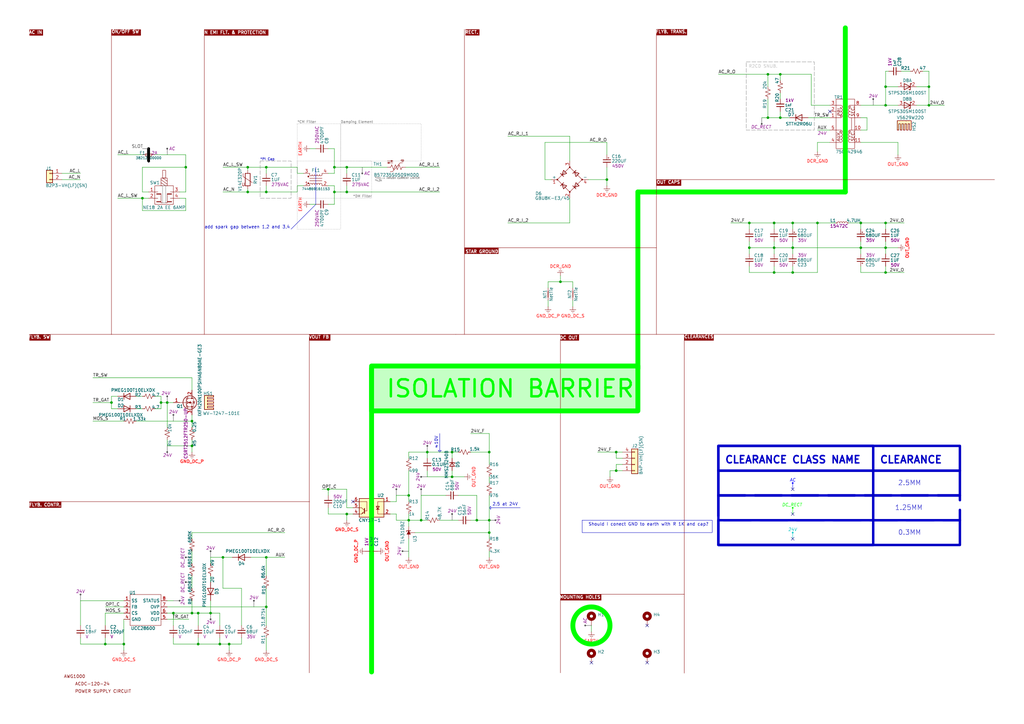
<source format=kicad_sch>
(kicad_sch (version 20231120) (generator "eeschema") (generator_version "8.0")
  (paper "A3")
  (title_block (date "2023-04-30") (rev "1.0"))
  (junction (at 78.74 251.46))
  (junction (at 172.72 213.36))
  (junction (at 320.04 48.26))
  (junction (at 363.22 43.18))
  (junction (at 137.16 78.74))
  (junction (at 252.73 185.42))
  (junction (at 78.74 172.72))
  (junction (at 45.72 165.1))
  (junction (at 252.73 193.04))
  (junction (at 142.24 210.82))
  (junction (at 142.24 78.74))
  (junction (at 78.74 182.88))
  (junction (at 66.04 165.1))
  (junction (at 325.12 101.6))
  (junction (at 86.36 251.46))
  (junction (at 307.34 91.44))
  (junction (at 248.92 73.66))
  (junction (at 335.28 91.44))
  (junction (at 58.42 81.28))
  (junction (at 101.6 68.58))
  (junction (at 195.58 213.36))
  (junction (at 317.5 101.6))
  (junction (at 363.22 101.6))
  (junction (at 200.66 185.42))
  (junction (at 134.62 200.66))
  (junction (at 363.22 91.44))
  (junction (at 43.18 264.16))
  (junction (at 353.06 101.6))
  (junction (at 229.87 115.57))
  (junction (at 185.42 185.42))
  (junction (at 109.22 228.6))
  (junction (at 307.34 101.6))
  (junction (at 314.96 30.48))
  (junction (at 90.17 264.16))
  (junction (at 142.24 68.58))
  (junction (at 363.22 35.56))
  (junction (at 317.5 111.76))
  (junction (at 325.12 111.76))
  (junction (at 109.22 78.74))
  (junction (at 50.8 264.16))
  (junction (at 200.66 213.36))
  (junction (at 71.12 251.46))
  (junction (at 317.5 91.44))
  (junction (at 381 35.56))
  (junction (at 167.64 213.36))
  (junction (at 325.12 91.44))
  (junction (at 81.28 264.16))
  (junction (at 363.22 111.76))
  (junction (at 76.2 68.58))
  (junction (at 175.26 185.42))
  (junction (at 101.6 78.74))
  (junction (at 68.58 165.1))
  (junction (at 167.64 203.2))
  (junction (at 320.04 30.48))
  (junction (at 109.22 68.58))
  (junction (at 314.96 48.26))
  (junction (at 185.42 195.58))
  (junction (at 137.16 68.58))
  (junction (at 353.06 91.44))
  (junction (at 93.98 264.16))
  (junction (at 109.22 248.92))
  (junction (at 81.28 251.46))
  (junction (at 91.44 228.6))
  (junction (at 381 43.18))
  (junction (at 200.66 218.44))
  (no_connect (at 265.43 271.78))
  (no_connect (at 340.36 45.72))
  (no_connect (at 325.12 210.82))
  (no_connect (at 325.12 200.66))
  (no_connect (at 325.12 220.98))
  (no_connect (at 144.78 205.74))
  (no_connect (at 242.57 271.78))
  (no_connect (at 265.43 256.54))
  (wire (pts (xy 86.36 228.6) (xy 91.44 228.6)))
  (wire (pts (xy 331.47 48.26) (xy 340.36 48.26)))
  (wire (pts (xy 185.42 185.42) (xy 185.42 187.96)))
  (wire (pts (xy 58.42 78.74) (xy 60.96 78.74)))
  (wire (pts (xy 252.73 187.96) (xy 252.73 185.42)))
  (wire (pts (xy 66.04 162.56) (xy 66.04 165.1)))
  (wire (pts (xy 63.5 162.56) (xy 66.04 162.56)))
  (wire (pts (xy 50.8 254) (xy 50.8 264.16)))
  (wire (pts (xy 109.22 241.3) (xy 109.22 248.92)))
  (wire (pts (xy 102.87 228.6) (xy 109.22 228.6)))
  (wire (pts (xy 45.72 162.56) (xy 48.26 162.56)))
  (polyline (pts (xy 119.38 93.98) (xy 129.54 83.82)))
  (wire (pts (xy 71.12 251.46) (xy 71.12 256.54)))
  (wire (pts (xy 71.12 261.62) (xy 71.12 264.16)))
  (wire (pts (xy 45.72 167.64) (xy 45.72 165.1)))
  (wire (pts (xy 63.5 63.5) (xy 76.2 63.5)))
  (wire (pts (xy 226.06 73.66) (xy 223.52 73.66)))
  (wire (pts (xy 234.95 123.19) (xy 234.95 125.73)))
  (wire (pts (xy 353.06 99.06) (xy 353.06 101.6)))
  (wire (pts (xy 90.17 256.54) (xy 90.17 251.46)))
  (wire (pts (xy 137.16 78.74) (xy 137.16 83.82)))
  (polyline (pts (xy 180.34 185.42) (xy 179.705 184.785)))
  (wire (pts (xy 363.22 109.22) (xy 363.22 111.76)))
  (wire (pts (xy 185.42 193.04) (xy 185.42 195.58)))
  (polyline (pts (xy 190.5 12.065) (xy 190.5 137.16)) (stroke (width 0) (color 132 0 0 1)))
  (wire (pts (xy 78.74 182.88) (xy 78.74 185.42)))
  (wire (pts (xy 43.18 261.62) (xy 43.18 264.16)))
  (wire (pts (xy 325.12 109.22) (xy 325.12 111.76)))
  (wire (pts (xy 76.2 68.58) (xy 76.2 78.74)))
  (wire (pts (xy 325.12 101.6) (xy 353.06 101.6)))
  (wire (pts (xy 223.52 58.42) (xy 248.92 58.42)))
  (wire (pts (xy 25.4 73.66) (xy 33.02 73.66)))
  (wire (pts (xy 121.92 71.12) (xy 121.92 68.58)))
  (wire (pts (xy 187.96 203.2) (xy 195.58 203.2)))
  (wire (pts (xy 353.06 91.44) (xy 353.06 93.98)))
  (wire (pts (xy 317.5 91.44) (xy 307.34 91.44)))
  (wire (pts (xy 335.28 91.44) (xy 335.28 111.76)))
  (wire (pts (xy 142.24 68.58) (xy 158.75 68.58)))
  (wire (pts (xy 353.06 91.44) (xy 363.22 91.44)))
  (wire (pts (xy 320.04 30.48) (xy 320.04 33.02)))
  (wire (pts (xy 167.64 203.2) (xy 167.64 205.74)))
  (polyline (pts (xy 280.67 243.84) (xy 280.67 276.098)) (stroke (width 0) (color 132 0 0 1)))
  (wire (pts (xy 175.26 193.04) (xy 175.26 195.58)))
  (wire (pts (xy 363.22 35.56) (xy 363.22 43.18)))
  (wire (pts (xy 101.6 68.58) (xy 101.6 69.85)))
  (polyline (pts (xy 280.67 243.84) (xy 280.67 137.16)) (stroke (width 0) (color 132 0 0 1)))
  (polyline (pts (xy 261.62 78.74) (xy 346.71 78.74)) (stroke (width 2) (color 0 255 0 0.23)))
  (wire (pts (xy 78.74 220.98) (xy 78.74 218.44)))
  (wire (pts (xy 43.18 248.92) (xy 50.8 248.92)))
  (wire (pts (xy 91.44 241.3) (xy 99.06 241.3)))
  (polyline (pts (xy 60.96 60.96) (xy 60.96 66.04)) (stroke (width 1) (type solid) (color 0 0 0 0.2)))
  (polyline (pts (xy 201.295 208.28) (xy 201.295 208.915)))
  (wire (pts (xy 167.64 185.42) (xy 175.26 185.42)))
  (wire (pts (xy 353.06 48.26) (xy 355.6 48.26)))
  (wire (pts (xy 353.06 43.18) (xy 363.22 43.18)))
  (polyline (pts (xy 269.24 101.6) (xy 190.5 101.6)) (stroke (width 0) (color 132 0 0 1)))
  (wire (pts (xy 137.16 68.58) (xy 142.24 68.58)))
  (wire (pts (xy 325.12 91.44) (xy 335.28 91.44)))
  (wire (pts (xy 127 83.82) (xy 129.54 83.82)))
  (wire (pts (xy 353.06 53.34) (xy 355.6 53.34)))
  (wire (pts (xy 68.58 251.46) (xy 71.12 251.46)))
  (wire (pts (xy 137.16 60.96) (xy 137.16 68.58)))
  (wire (pts (xy 90.17 264.16) (xy 93.98 264.16)))
  (wire (pts (xy 317.5 111.76) (xy 325.12 111.76)))
  (polyline (pts (xy 126.873 137.16) (xy 186.944 137.16)) (stroke (width 0) (color 132 0 0 1)))
  (wire (pts (xy 127 60.96) (xy 129.54 60.96)))
  (wire (pts (xy 242.57 256.54) (xy 242.57 259.08)))
  (wire (pts (xy 162.56 205.74) (xy 160.02 205.74)))
  (wire (pts (xy 369.57 29.21) (xy 373.38 29.21)))
  (wire (pts (xy 245.11 185.42) (xy 252.73 185.42)))
  (wire (pts (xy 193.04 177.8) (xy 200.66 177.8)))
  (wire (pts (xy 375.92 35.56) (xy 381 35.56)))
  (wire (pts (xy 172.72 203.2) (xy 172.72 213.36)))
  (wire (pts (xy 142.24 78.74) (xy 180.34 78.74)))
  (wire (pts (xy 58.42 81.28) (xy 58.42 86.36)))
  (wire (pts (xy 364.49 29.21) (xy 363.22 29.21)))
  (wire (pts (xy 68.58 182.88) (xy 78.74 182.88)))
  (wire (pts (xy 124.46 71.12) (xy 121.92 71.12)))
  (wire (pts (xy 33.02 264.16) (xy 43.18 264.16)))
  (wire (pts (xy 195.58 213.36) (xy 200.66 213.36)))
  (wire (pts (xy 134.62 210.82) (xy 142.24 210.82)))
  (wire (pts (xy 66.04 165.1) (xy 68.58 165.1)))
  (wire (pts (xy 332.74 30.48) (xy 332.74 43.18)))
  (wire (pts (xy 162.56 210.82) (xy 162.56 213.36)))
  (wire (pts (xy 200.66 195.58) (xy 200.66 198.12)))
  (wire (pts (xy 193.04 213.36) (xy 195.58 213.36)))
  (wire (pts (xy 33.02 261.62) (xy 33.02 264.16)))
  (wire (pts (xy 185.42 185.42) (xy 187.96 185.42)))
  (wire (pts (xy 317.5 91.44) (xy 317.5 93.98)))
  (wire (pts (xy 38.1 172.72) (xy 50.8 172.72)))
  (wire (pts (xy 208.28 55.88) (xy 233.68 55.88)))
  (wire (pts (xy 58.42 68.58) (xy 76.2 68.58)))
  (wire (pts (xy 252.73 185.42) (xy 255.27 185.42)))
  (wire (pts (xy 233.68 66.04) (xy 233.68 55.88)))
  (wire (pts (xy 250.19 195.58) (xy 250.19 193.04)))
  (wire (pts (xy 81.28 261.62) (xy 81.28 264.16)))
  (wire (pts (xy 381 35.56) (xy 381 43.18)))
  (wire (pts (xy 25.4 71.12) (xy 33.02 71.12)))
  (wire (pts (xy 175.26 195.58) (xy 185.42 195.58)))
  (wire (pts (xy 200.66 213.36) (xy 200.66 218.44)))
  (wire (pts (xy 317.5 109.22) (xy 317.5 111.76)))
  (wire (pts (xy 172.72 213.36) (xy 175.26 213.36)))
  (wire (pts (xy 142.24 200.66) (xy 142.24 208.28)))
  (wire (pts (xy 81.28 251.46) (xy 81.28 256.54)))
  (wire (pts (xy 167.64 220.98) (xy 167.64 228.6)))
  (wire (pts (xy 93.98 264.16) (xy 93.98 266.7)))
  (wire (pts (xy 353.06 111.76) (xy 353.06 109.22)))
  (wire (pts (xy 224.79 115.57) (xy 229.87 115.57)))
  (wire (pts (xy 353.06 101.6) (xy 363.22 101.6)))
  (polyline (pts (xy 83.82 12.065) (xy 83.82 137.16)) (stroke (width 0) (color 132 0 0 1)))
  (wire (pts (xy 81.28 251.46) (xy 86.36 251.46)))
  (wire (pts (xy 368.3 58.42) (xy 368.3 63.5)))
  (wire (pts (xy 314.96 30.48) (xy 320.04 30.48)))
  (polyline (pts (xy 12.065 205.74) (xy 127 205.74)) (stroke (width 0) (color 132 0 0 1)))
  (wire (pts (xy 78.74 246.38) (xy 78.74 251.46)))
  (wire (pts (xy 193.04 185.42) (xy 200.66 185.42)))
  (polyline (pts (xy 200.66 208.28) (xy 201.295 208.915)))
  (wire (pts (xy 109.22 78.74) (xy 121.92 78.74)))
  (wire (pts (xy 90.17 261.62) (xy 90.17 264.16)))
  (wire (pts (xy 101.6 78.74) (xy 109.22 78.74)))
  (wire (pts (xy 335.28 58.42) (xy 335.28 62.23)))
  (wire (pts (xy 307.34 109.22) (xy 307.34 111.76)))
  (wire (pts (xy 347.98 91.44) (xy 353.06 91.44)))
  (polyline (pts (xy 60.96 60.96) (xy 60.96 66.04)) (stroke (width 1) (type solid) (color 0 0 0 0.2)))
  (wire (pts (xy 363.22 101.6) (xy 368.3 101.6)))
  (wire (pts (xy 142.24 210.82) (xy 144.78 210.82)))
  (wire (pts (xy 363.22 99.06) (xy 363.22 101.6)))
  (wire (pts (xy 317.5 101.6) (xy 325.12 101.6)))
  (wire (pts (xy 314.96 48.26) (xy 314.96 40.64)))
  (wire (pts (xy 252.73 190.5) (xy 252.73 193.04)))
  (wire (pts (xy 294.64 30.48) (xy 314.96 30.48)))
  (wire (pts (xy 167.64 203.2) (xy 162.56 203.2)))
  (wire (pts (xy 109.22 68.58) (xy 121.92 68.58)))
  (wire (pts (xy 55.88 172.72) (xy 78.74 172.72)))
  (wire (pts (xy 307.34 101.6) (xy 307.34 104.14)))
  (wire (pts (xy 255.27 187.96) (xy 252.73 187.96)))
  (wire (pts (xy 109.22 76.2) (xy 109.22 78.74)))
  (wire (pts (xy 317.5 91.44) (xy 325.12 91.44)))
  (wire (pts (xy 200.66 177.8) (xy 200.66 185.42)))
  (wire (pts (xy 134.62 200.66) (xy 134.62 203.2)))
  (wire (pts (xy 375.92 43.18) (xy 381 43.18)))
  (wire (pts (xy 142.24 71.12) (xy 142.24 68.58)))
  (wire (pts (xy 68.58 165.1) (xy 68.58 175.26)))
  (wire (pts (xy 99.06 264.16) (xy 93.98 264.16)))
  (wire (pts (xy 317.5 99.06) (xy 317.5 101.6)))
  (wire (pts (xy 314.96 48.26) (xy 312.42 48.26)))
  (polyline (pts (xy 346.71 11.43) (xy 346.71 78.74)) (stroke (width 2) (color 0 255 0 0.23)))
  (wire (pts (xy 134.62 71.12) (xy 137.16 71.12)))
  (wire (pts (xy 90.17 251.46) (xy 86.36 251.46)))
  (wire (pts (xy 76.2 81.28) (xy 76.2 86.36)))
  (polyline (pts (xy 186.944 137.16) (xy 407.924 137.16)) (stroke (width 0) (color 132 0 0 1)))
  (wire (pts (xy 101.6 77.47) (xy 101.6 78.74)))
  (wire (pts (xy 86.36 236.22) (xy 86.36 238.76)))
  (wire (pts (xy 200.66 185.42) (xy 200.66 190.5)))
  (wire (pts (xy 134.62 208.28) (xy 134.62 210.82)))
  (wire (pts (xy 185.42 185.42) (xy 175.26 185.42)))
  (polyline (pts (xy 200.66 208.28) (xy 201.295 207.645)))
  (wire (pts (xy 307.34 99.06) (xy 307.34 101.6)))
  (wire (pts (xy 109.22 228.6) (xy 116.84 228.6)))
  (wire (pts (xy 134.62 83.82) (xy 137.16 83.82)))
  (wire (pts (xy 91.44 228.6) (xy 95.25 228.6)))
  (wire (pts (xy 363.22 29.21) (xy 363.22 35.56)))
  (polyline (pts (xy 179.705 184.785) (xy 180.34 184.785)))
  (wire (pts (xy 109.22 68.58) (xy 109.22 71.12)))
  (wire (pts (xy 200.66 226.06) (xy 200.66 228.6)))
  (wire (pts (xy 99.06 261.62) (xy 99.06 264.16)))
  (wire (pts (xy 137.16 78.74) (xy 142.24 78.74)))
  (wire (pts (xy 86.36 231.14) (xy 86.36 228.6)))
  (wire (pts (xy 142.24 208.28) (xy 144.78 208.28)))
  (wire (pts (xy 363.22 43.18) (xy 368.3 43.18)))
  (wire (pts (xy 325.12 91.44) (xy 325.12 93.98)))
  (wire (pts (xy 78.74 226.06) (xy 78.74 231.14)))
  (polyline (pts (xy 201.295 208.28) (xy 213.36 208.28)))
  (wire (pts (xy 55.88 167.64) (xy 58.42 167.64)))
  (wire (pts (xy 335.28 58.42) (xy 340.36 58.42)))
  (wire (pts (xy 99.06 241.3) (xy 99.06 256.54)))
  (wire (pts (xy 320.04 38.1) (xy 320.04 40.64)))
  (wire (pts (xy 86.36 246.38) (xy 86.36 251.46)))
  (polyline (pts (xy 60.96 60.96) (xy 60.96 66.04)) (stroke (width 1) (type solid) (color 0 0 0 0.2)))
  (wire (pts (xy 43.18 251.46) (xy 43.18 256.54)))
  (wire (pts (xy 299.72 91.44) (xy 307.34 91.44)))
  (wire (pts (xy 224.79 118.11) (xy 224.79 115.57)))
  (wire (pts (xy 33.02 246.38) (xy 50.8 246.38)))
  (polyline (pts (xy 261.62 78.74) (xy 261.62 151.13)) (stroke (width 2) (color 0 255 0 0.23)))
  (wire (pts (xy 71.12 264.16) (xy 81.28 264.16)))
  (wire (pts (xy 137.16 76.2) (xy 137.16 78.74)))
  (polyline (pts (xy 229.87 243.713) (xy 280.67 243.713)) (stroke (width 0) (color 132 0 0 1)))
  (polyline (pts (xy 58.42 60.96) (xy 60.96 60.96)) (stroke (width 0) (color 72 72 72 1)))
  (wire (pts (xy 381 29.21) (xy 381 35.56)))
  (wire (pts (xy 68.58 246.38) (xy 71.12 246.38)))
  (wire (pts (xy 101.6 68.58) (xy 109.22 68.58)))
  (wire (pts (xy 38.1 165.1) (xy 45.72 165.1)))
  (wire (pts (xy 43.18 264.16) (xy 50.8 264.16)))
  (polyline (pts (xy 129.54 68.58) (xy 129.54 83.82)))
  (wire (pts (xy 58.42 81.28) (xy 60.96 81.28)))
  (wire (pts (xy 180.34 213.36) (xy 187.96 213.36)))
  (wire (pts (xy 314.96 35.56) (xy 314.96 30.48)))
  (wire (pts (xy 109.22 248.92) (xy 109.22 256.54)))
  (wire (pts (xy 58.42 63.5) (xy 48.26 63.5)))
  (wire (pts (xy 33.02 256.54) (xy 33.02 246.38)))
  (wire (pts (xy 91.44 228.6) (xy 91.44 241.3)))
  (wire (pts (xy 363.22 35.56) (xy 368.3 35.56)))
  (wire (pts (xy 335.28 91.44) (xy 342.9 91.44)))
  (wire (pts (xy 182.88 203.2) (xy 172.72 203.2)))
  (wire (pts (xy 363.22 91.44) (xy 363.22 93.98)))
  (wire (pts (xy 167.64 185.42) (xy 167.64 187.96)))
  (wire (pts (xy 167.64 213.36) (xy 172.72 213.36)))
  (wire (pts (xy 363.22 91.44) (xy 370.84 91.44)))
  (polyline (pts (xy 201.295 207.645) (xy 201.295 208.28)))
  (polyline (pts (xy 152.4 151.13) (xy 152.4 275.59)) (stroke (width 2) (type solid) (color 0 255 0 0.23)))
  (polyline (pts (xy 60.96 60.96) (xy 60.96 66.04)) (stroke (width 1) (type solid) (color 0 0 0 0.2)))
  (wire (pts (xy 241.3 73.66) (xy 248.92 73.66)))
  (wire (pts (xy 63.5 167.64) (xy 66.04 167.64)))
  (wire (pts (xy 134.62 60.96) (xy 137.16 60.96)))
  (polyline (pts (xy 180.34 185.42) (xy 180.975 184.785)))
  (wire (pts (xy 134.62 76.2) (xy 137.16 76.2)))
  (wire (pts (xy 353.06 101.6) (xy 353.06 104.14)))
  (wire (pts (xy 73.66 81.28) (xy 76.2 81.28)))
  (polyline (pts (xy 60.96 60.96) (xy 60.96 66.04)) (stroke (width 1) (type solid) (color 0 0 0 0.2)))
  (wire (pts (xy 109.22 228.6) (xy 109.22 236.22)))
  (wire (pts (xy 68.58 165.1) (xy 71.12 165.1)))
  (wire (pts (xy 81.28 264.16) (xy 90.17 264.16)))
  (wire (pts (xy 340.36 43.18) (xy 332.74 43.18)))
  (wire (pts (xy 121.92 78.74) (xy 121.92 76.2)))
  (wire (pts (xy 320.04 48.26) (xy 323.85 48.26)))
  (wire (pts (xy 317.5 101.6) (xy 317.5 104.14)))
  (wire (pts (xy 167.64 210.82) (xy 167.64 213.36)))
  (wire (pts (xy 363.22 111.76) (xy 370.84 111.76)))
  (wire (pts (xy 381 43.18) (xy 387.35 43.18)))
  (wire (pts (xy 353.06 58.42) (xy 368.3 58.42)))
  (wire (pts (xy 314.96 48.26) (xy 320.04 48.26)))
  (wire (pts (xy 167.64 193.04) (xy 167.64 203.2)))
  (polyline (pts (xy 269.24 73.66) (xy 407.924 73.66)) (stroke (width 0) (color 132 0 0 1)))
  (wire (pts (xy 255.27 190.5) (xy 252.73 190.5)))
  (wire (pts (xy 200.66 203.2) (xy 200.66 213.36)))
  (polyline (pts (xy 60.96 60.96) (xy 60.96 66.04)) (stroke (width 1) (type solid) (color 0 0 0 0.2)))
  (wire (pts (xy 325.12 99.06) (xy 325.12 101.6)))
  (wire (pts (xy 78.74 180.34) (xy 78.74 182.88)))
  (wire (pts (xy 167.64 213.36) (xy 162.56 213.36)))
  (wire (pts (xy 307.34 91.44) (xy 307.34 93.98)))
  (wire (pts (xy 320.04 48.26) (xy 320.04 45.72)))
  (wire (pts (xy 58.42 86.36) (xy 76.2 86.36)))
  (wire (pts (xy 185.42 195.58) (xy 190.5 195.58)))
  (wire (pts (xy 78.74 218.44) (xy 116.84 218.44)))
  (wire (pts (xy 378.46 29.21) (xy 381 29.21)))
  (wire (pts (xy 73.66 78.74) (xy 76.2 78.74)))
  (wire (pts (xy 71.12 251.46) (xy 78.74 251.46)))
  (wire (pts (xy 252.73 193.04) (xy 255.27 193.04)))
  (polyline (pts (xy 269.24 12.065) (xy 269.24 137.16)) (stroke (width 0) (color 132 0 0 1)))
  (wire (pts (xy 162.56 210.82) (xy 160.02 210.82)))
  (wire (pts (xy 78.74 170.18) (xy 78.74 172.72)))
  (polyline (pts (xy 229.87 137.16) (xy 229.87 275.971)) (stroke (width 0) (color 132 0 0 1)))
  (wire (pts (xy 170.18 218.44) (xy 200.66 218.44)))
  (wire (pts (xy 223.52 58.42) (xy 223.52 73.66)))
  (wire (pts (xy 200.66 218.44) (xy 200.66 220.98)))
  (wire (pts (xy 195.58 203.2) (xy 195.58 213.36)))
  (wire (pts (xy 132.08 200.66) (xy 134.62 200.66)))
  (wire (pts (xy 250.19 193.04) (xy 252.73 193.04)))
  (wire (pts (xy 45.72 165.1) (xy 45.72 162.56)))
  (wire (pts (xy 50.8 264.16) (xy 50.8 266.7)))
  (wire (pts (xy 43.18 251.46) (xy 50.8 251.46)))
  (wire (pts (xy 55.88 162.56) (xy 58.42 162.56)))
  (wire (pts (xy 363.22 111.76) (xy 353.06 111.76)))
  (wire (pts (xy 363.22 101.6) (xy 363.22 104.14)))
  (wire (pts (xy 48.26 81.28) (xy 58.42 81.28)))
  (wire (pts (xy 78.74 236.22) (xy 78.74 241.3)))
  (polyline (pts (xy 45.72 137.16) (xy 126.873 137.16)) (stroke (width 0) (color 132 0 0 1)))
  (polyline (pts (xy 180.34 184.785) (xy 180.34 177.8)))
  (wire (pts (xy 355.6 48.26) (xy 355.6 53.34)))
  (wire (pts (xy 335.28 53.34) (xy 340.36 53.34)))
  (polyline (pts (xy 12.065 137.16) (xy 45.72 137.16)) (stroke (width 0) (color 132 0 0 1)))
  (wire (pts (xy 162.56 205.74) (xy 162.56 203.2)))
  (wire (pts (xy 134.62 200.66) (xy 142.24 200.66)))
  (wire (pts (xy 234.95 115.57) (xy 234.95 118.11)))
  (wire (pts (xy 58.42 68.58) (xy 58.42 78.74)))
  (wire (pts (xy 66.04 165.1) (xy 66.04 167.64)))
  (wire (pts (xy 68.58 180.34) (xy 68.58 182.88)))
  (wire (pts (xy 48.26 167.64) (xy 45.72 167.64)))
  (wire (pts (xy 167.64 213.36) (xy 167.64 215.9)))
  (wire (pts (xy 68.58 248.92) (xy 109.22 248.92)))
  (wire (pts (xy 325.12 101.6) (xy 325.12 104.14)))
  (wire (pts (xy 224.79 123.19) (xy 224.79 125.73)))
  (wire (pts (xy 91.44 78.74) (xy 101.6 78.74)))
  (wire (pts (xy 320.04 30.48) (xy 332.74 30.48)))
  (wire (pts (xy 78.74 154.94) (xy 78.74 160.02)))
  (wire (pts (xy 307.34 101.6) (xy 317.5 101.6)))
  (wire (pts (xy 68.58 254) (xy 77.47 254)))
  (wire (pts (xy 142.24 213.36) (xy 142.24 210.82)))
  (polyline (pts (xy 60.96 60.96) (xy 60.96 66.04)) (stroke (width 1) (type solid) (color 0 0 0 0.2)))
  (wire (pts (xy 248.92 58.42) (xy 248.92 63.5)))
  (wire (pts (xy 307.34 111.76) (xy 317.5 111.76)))
  (wire (pts (xy 166.37 68.58) (xy 180.34 68.58)))
  (wire (pts (xy 137.16 68.58) (xy 137.16 71.12)))
  (wire (pts (xy 109.22 261.62) (xy 109.22 266.7)))
  (wire (pts (xy 38.1 154.94) (xy 78.74 154.94)))
  (wire (pts (xy 233.68 81.28) (xy 233.68 91.44)))
  (wire (pts (xy 175.26 187.96) (xy 175.26 185.42)))
  (polyline (pts (xy 180.34 184.785) (xy 180.975 184.785)))
  (wire (pts (xy 335.28 111.76) (xy 325.12 111.76)))
  (polyline (pts (xy 45.72 12.065) (xy 45.72 137.16)) (stroke (width 0) (color 132 0 0 1)))
  (wire (pts (xy 76.2 63.5) (xy 76.2 68.58)))
  (wire (pts (xy 229.87 113.03) (xy 229.87 115.57)))
  (wire (pts (xy 248.92 68.58) (xy 248.92 73.66)))
  (wire (pts (xy 248.92 73.66) (xy 248.92 76.2)))
  (wire (pts (xy 121.92 76.2) (xy 124.46 76.2)))
  (wire (pts (xy 229.87 115.57) (xy 234.95 115.57)))
  (wire (pts (xy 78.74 172.72) (xy 78.74 175.26)))
  (wire (pts (xy 208.28 91.44) (xy 233.68 91.44)))
  (wire (pts (xy 91.44 68.58) (xy 101.6 68.58)))
  (wire (pts (xy 81.28 251.46) (xy 78.74 251.46)))
  (wire (pts (xy 142.24 78.74) (xy 142.24 76.2)))
  (polyline (pts (xy 126.873 137.16) (xy 126.873 275.971)) (stroke (width 0) (color 132 0 0 1)))
  (rectangle (start 121.92 50.8) (end 139.7 93.98) (stroke (width 0) (type dot) (color 72 72 72 1)))
  (rectangle (start 294.64 213.36) (end 393.7 223.52) (stroke (width 1)))
  (rectangle (start 294.64 203.2) (end 393.7 213.36) (stroke (width 1) (type dash)))
  (rectangle (start 238.76 213.36) (end 292.1 218.44))
  (rectangle (start 280.67 137.16) (end 292.735 139.7) (stroke (width -0.0001)) (fill (type color) (color 132 0 0 1)))
  (rectangle (start 126.873 137.16) (end 135.509 139.7) (stroke (width -0.0001)) (fill (type color) (color 132 0 0 1)))
  (rectangle (start 190.9318 12.0142) (end 196.6468 14.5542) (stroke (width -0.0001)) (fill (type color) (color 132 0 0 1)))
  (rectangle (start 294.64 182.88) (end 358.14 223.52) (stroke (width 1)))
  (rectangle (start 294.64 182.88) (end 393.7 193.04) (stroke (width 1)))
  (rectangle (start 139.7 50.8) (end 172.72 66.04) (stroke (width 0) (type dot) (color 72 72 72 1)))
  (rectangle (start 152.4 150.114) (end 261.62 168.529) (stroke (width 2) (color 0 255 0 0.23)) (fill (type color) (color 0 255 0 0.23)))
  (rectangle (start 12.065 12.065) (end 17.653 14.605) (stroke (width -0.0001)) (fill (type color) (color 132 0 0 1)))
  (rectangle (start 294.64 193.04) (end 393.7 203.2) (stroke (width 1)))
  (rectangle (start 190.5 101.6) (end 204.47 104.14) (stroke (width -0.0001)) (fill (type color) (color 132 0 0 1)))
  (rectangle (start 269.24 73.66) (end 279.4 76.2) (stroke (width -0.0001)) (fill (type color) (color 132 0 0 1)))
  (rectangle (start 45.72 12.065) (end 57.785 14.605) (stroke (width -0.0001)) (fill (type color) (color 132 0 0 1)))
  (rectangle (start 229.87 243.713) (end 246.634 246.253) (stroke (width -0.0001)) (fill (type color) (color 132 0 0 1)))
  (rectangle (start 12.065 205.74) (end 25.146 208.28) (stroke (width -0.0001)) (fill (type color) (color 132 0 0 1)))
  (rectangle (start 83.82 12.065) (end 110.0836 14.605) (stroke (width -0.0001)) (fill (type color) (color 132 0 0 1)))
  (circle (center 242.57 256.54) (radius 7.62) (stroke (width 2) (color 0 255 0 0.24)))
  (rectangle (start 269.24 11.938) (end 281.813 14.478) (stroke (width -0.0001)) (fill (type color) (color 132 0 0 1)))
  (rectangle (start 12.065 137.16) (end 20.701 139.7) (stroke (width -0.0001)) (fill (type color) (color 132 0 0 1)))
  (rectangle (start 229.87 137.16) (end 237.49 139.7) (stroke (width -0.0001)) (fill (type color) (color 132 0 0 1)))
  (rectangle (start 121.92 66.04) (end 152.4 81.28) (stroke (width 0) (type dot) (color 72 72 72 1)))
  (rectangle (start 106.68 66.04) (end 119.38 81.28) (stroke (width 0) (type dash) (color 132 132 132 1)))
  (text_box "R2CD SNUB." (at 306.07 25.4 0) (size 27.94 27.94) (stroke (width 0) (type dash) (color 132 132 132 1)) (effects (font (size 1.27 1.27)) (justify left top)))
  (text "CLEARANCE CLASS NAME" (at 297.18 190.5 0) (effects (font (size 3 3) (thickness 0.6) (bold yes)) (justify left bottom)))
  (text "MOUNTING HOLES" (at 246.38 245.872 0) (effects (font (size 1.27 1.27) (thickness 0.254) (bold yes)) (justify right bottom)))
  (text "2.5MM" (at 368.3 199.39 0) (effects (font (size 2 2)) (justify left bottom)))
  (text "OUT CAPS" (at 279.019 75.692 0) (effects (font (size 1.27 1.27) (thickness 0.254) (bold yes)) (justify right bottom)))
  (text "RECT." (at 196.2658 14.1732 0) (effects (font (size 1.27 1.27) (thickness 0.254) (bold yes)) (justify right bottom)))
  (text "VOUT FB" (at 135.001 139.192 0) (effects (font (size 1.27 1.27) (thickness 0.254) (bold yes)) (justify right bottom)))
  (text "POWER SUPPLY CIRCUIT" (at 30.734 284.48 0) (effects (font (size 1.27 1.27)) (justify left bottom)))
  (text "IN EMI FLT. & PROTECTION" (at 109.1692 14.2748 0) (effects (font (size 1.27 1.27) (thickness 0.254) (bold yes)) (justify right bottom)))
  (text "AC IN" (at 17.399 14.224 0) (effects (font (size 1.27 1.27) (thickness 0.254) (bold yes)) (justify right bottom)))
  (text "1.25MM" (at 367.03 209.55 0) (effects (font (size 2 2)) (justify left bottom)))
  (text "CLEARANCE" (at 360.68 190.5 0) (effects (font (size 3 3) (thickness 0.6) (bold yes)) (justify left bottom)))
  (text "2.5 at 24V" (at 201.93 207.645 0) (effects (font (size 1.27 1.27)) (justify left bottom)))
  (text "*PI Cap" (at 106.68 66.04 0) (effects (font (size 1 1)) (justify left bottom)))
  (text "Damping Element" (at 139.7 50.8 0) (effects (font (size 1 1)) (justify left bottom)))
  (text "add spark gap between 1,2 and 3,4" (at 83.82 93.98 0) (effects (font (size 1.27 1.27)) (justify left bottom)))
  (text "FLYB. CONTR." (at 25.019 208.026 0) (effects (font (size 1.27 1.27) (thickness 0.254) (bold yes)) (justify right bottom)))
  (text "*4.2A" (at 153.67 74.676 0) (effects (font (size 0.7 0.7)) (justify left bottom)))
  (text "CLEARANCES" (at 292.735 139.065 0) (effects (font (size 1.27 1.27) (thickness 0.254) (bold yes)) (justify right bottom)))
  (text "≈10V" (at 179.705 184.15 90) (effects (font (size 1.27 1.27)) (justify left bottom)))
  (text "AWG1000" (at 26.162 278.384 0) (effects (font (size 1.27 1.27)) (justify left bottom)))
  (text "*CM Filter" (at 121.92 50.8 0) (effects (font (size 1 1)) (justify left bottom)))
  (text "Should I conect GND to earth with R 1K and cap?" (at 241.3 215.9 0) (effects (font (size 1.27 1.27)) (justify left bottom)))
  (text "FLYB. TRANS." (at 281.686 13.97 0) (effects (font (size 1.27 1.27) (thickness 0.254) (bold yes)) (justify right bottom)))
  (text "ACDC-120-24" (at 30.734 281.432 0) (effects (font (size 1.27 1.27)) (justify left bottom)))
  (text "*DM Filter" (at 144.78 81.28 0) (effects (font (size 1 1)) (justify left bottom)))
  (text "*TH1-> INRUSH CURRENT LIMITER" (at 153.67 73.66 0) (effects (font (size 0.7 0.7)) (justify left bottom)))
  (text "DC OUT" (at 236.982 139.446 0) (effects (font (size 1.27 1.27) (thickness 0.254) (bold yes)) (justify right bottom)))
  (text "STAR GROUND" (at 204.47 104.14 0) (effects (font (size 1.27 1.27) (thickness 0.254) (bold yes)) (justify right bottom)))
  (text "ON/OFF SW" (at 57.15 13.97 0) (effects (font (size 1.27 1.27) (thickness 0.254) (bold yes)) (justify right bottom)))
  (text "ISOLATION BARRIER" (at 157.988 163.703 0) (effects (font (size 7 7) (thickness 1) (bold yes)) (justify left bottom)))
  (text "0.3MM" (at 368.3 219.71 0) (effects (font (size 2 2)) (justify left bottom)))
  (text "FLYB. SW" (at 20.574 139.192 0) (effects (font (size 1.27 1.27) (thickness 0.254) (bold yes)) (justify right bottom)))
  (text "SLOT" (at 53.975 60.96 0) (effects (font (size 1.27 1.27)) (justify left bottom)))
  (label "TR_GAT" (at 38.1 165.1 0) (property "Netclass" "24V" (effects (hide yes))))
  (label "AC_L" (at 48.26 63.5 0) (property "Netclass" "AC" (effects (hide yes))))
  (label "AUX" (at 335.28 53.34 0) (property "Netclass" "24V" (at 335.28 54.61 0) (effects (font (italic yes)) (justify left))))
  (label "AC_R_I_2" (at 208.28 91.44 0) (property "Netclass" "AC" (effects (hide yes))))
  (label "AC_R_I_1" (at 180.34 68.58 180) (property "Netclass" "AC" (effects (hide yes))))
  (label "AUX" (at 116.84 228.6 180))
  (label "AC_N" (at 33.02 73.66 180) (property "Netclass" "AC" (effects (hide yes))))
  (label "AC_R_I_1" (at 208.28 55.88 0) (property "Netclass" "AC" (effects (hide yes))))
  (label "TR_SW" (at 334.01 48.26 0) (property "Netclass" "DC_RECT" (effects (hide yes))))
  (label "24V_F" (at 193.04 177.8 0))
  (label "TR_SW" (at 38.1 154.94 0) (property "Netclass" "DC_RECT" (effects (hide yes))))
  (label "24V_F" (at 245.11 185.42 0))
  (label "AC_L" (at 33.02 71.12 180) (property "Netclass" "AC" (effects (hide yes))))
  (label "24V_F" (at 299.72 91.44 0))
  (label "AC_L_SW" (at 48.26 81.28 0) (property "Netclass" "AC" (effects (hide yes))))
  (label "MOS_S" (at 43.18 251.46 0))
  (label "24V_O" (at 370.84 111.76 180))
  (label "24V_O" (at 370.84 91.44 180))
  (label "OPT_C" (at 43.18 248.92 0))
  (label "AC_N" (at 91.44 78.74 0) (property "Netclass" "AC" (effects (hide yes))))
  (label "TR_GAT" (at 77.47 254 180))
  (label "AC_L_SW" (at 91.44 68.58 0) (property "Netclass" "AC" (effects (hide yes))))
  (label "MOS_S" (at 38.1 172.72 0) (property "Netclass" "24V" (effects (hide yes))))
  (label "AC_R_O" (at 116.84 218.44 180))
  (label "AC_R_O" (at 248.92 58.42 180) (property "Netclass" "DC_RECT" (effects (hide yes))))
  (label "AC_R_I_2" (at 180.34 78.74 180) (property "Netclass" "AC" (effects (hide yes))))
  (label "OPT_C" (at 132.08 200.66 0) (property "Netclass" "24V" (effects (hide yes))))
  (label "24V_O" (at 387.35 43.18 180) (property "Netclass" "24V" (effects (hide yes))))
  (label "AC_R_O" (at 294.64 30.48 0))
  (netclass_flag "" (length 2.54) (shape dot) (at 242.57 256.54 90) (property "Netclass" "AC" (at 240.03 255.8415 90) (effects (font (italic yes)) (justify left))))
  (netclass_flag "" (length 2.54) (shape dot) (at 71.12 172.72 0) (property "Netclass" "24V" (at 69.215 168.91 0) (effects (font (italic yes)) (justify left))))
  (netclass_flag "" (length 2.54) (shape dot) (at 200.66 213.36 270) (property "Netclass" "24V" (at 204.47 211.455 90) (effects (font (italic yes)) (justify right))))
  (netclass_flag "" (length 2.54) (shape dot) (at 86.36 228.6 0) (property "Netclass" "24V" (at 84.455 224.79 0) (effects (font (italic yes)) (justify left))))
  (netclass_flag "" (length 2.54) (shape dot) (at 71.12 246.38 270) (property "Netclass" "24V" (at 74.93 244.475 90) (effects (font (italic yes)) (justify right))))
  (netclass_flag "" (length 2.54) (shape dot) (at 325.12 220.98 0) (property "Netclass" "24V" (at 323.215 217.17 0) (effects (font (italic yes)) (justify left))))
  (netclass_flag "" (length 2.54) (shape dot) (at 148.59 68.58 180) (property "Netclass" "AC" (at 149.2885 71.12 0) (effects (font (italic yes)) (justify left))))
  (netclass_flag "" (length 2.54) (shape dot) (at 167.64 226.06 90) (property "Netclass" "24V" (at 163.83 227.965 90) (effects (font (italic yes)) (justify left))))
  (netclass_flag "" (length 2.54) (shape dot) (at 325.12 210.82 0) (property "Netclass" "DC_RECT" (at 320.675 207.01 0) (effects (font (italic yes)) (justify left))))
  (netclass_flag "" (length 2.54) (shape dot) (at 162.56 203.2 0) (property "Netclass" "24V" (at 160.655 199.39 0) (effects (font (italic yes)) (justify left))))
  (netclass_flag "" (length 2.54) (shape dot) (at 104.14 248.92 0) (property "Netclass" "24V" (at 102.235 245.11 0) (effects (font (italic yes)) (justify left))))
  (netclass_flag "" (length 2.54) (shape dot) (at 312.42 48.26 180) (property "Netclass" "DC_RECT" (at 307.975 52.07 0) (effects (font (italic yes)) (justify left))))
  (netclass_flag "" (length 2.54) (shape dot) (at 78.74 228.6 90) (property "Netclass" "DC_RECT" (at 74.93 233.045 90) (effects (font (italic yes)) (justify left))))
  (netclass_flag "" (length 2.54) (shape dot) (at 86.36 251.46 180) (property "Netclass" "24V" (at 88.265 255.27 0) (effects (font (italic yes)) (justify right))))
  (netclass_flag "" (length 2.54) (shape dot) (at 68.58 182.88 180) (property "Netclass" "24V" (at 70.485 186.69 0) (effects (font (italic yes)) (justify right))))
  (netclass_flag "" (length 2.54) (shape dot) (at 175.26 185.42 0) (property "Netclass" "24V" (at 173.355 181.61 0) (effects (font (italic yes)) (justify left))))
  (netclass_flag "" (length 2.54) (shape dot) (at 185.42 213.36 0) (property "Netclass" "24V" (at 183.515 209.55 0) (effects (font (italic yes)) (justify left))))
  (netclass_flag "" (length 2.54) (shape dot) (at 172.72 203.2 0) (property "Netclass" "24V" (at 170.815 199.39 0) (effects (font (italic yes)) (justify left))))
  (netclass_flag "" (length 2.54) (shape dot) (at 325.12 200.66 0) (property "Netclass" "AC" (at 323.85 196.85 0) (effects (font (italic yes)) (justify left))))
  (netclass_flag "" (length 2.54) (shape dot) (at 68.58 165.1 0) (property "Netclass" "24V" (at 69.85 161.29 0) (effects (font (italic yes)) (justify right))))
  (netclass_flag "" (length 2.54) (shape dot) (at 33.02 246.38 0) (property "Netclass" "24V" (at 31.115 242.57 0) (effects (font (italic yes)) (justify left))))
  (netclass_flag "" (length 2.54) (shape dot) (at 358.14 43.18 0) (property "Netclass" "24V" (at 356.235 39.37 0) (effects (font (italic yes)) (justify left))))
  (netclass_flag "" (length 2.54) (shape dot) (at 175.26 195.58 90) (property "Netclass" "24V" (at 171.45 197.485 90) (effects (font (italic yes)) (justify left))))
  (netclass_flag "" (length 2.54) (shape dot) (at 78.74 238.76 90) (property "Netclass" "DC_RECT" (at 74.93 243.205 90) (effects (font (italic yes)) (justify left))))
  (netclass_flag "" (length 2.54) (shape dot) (at 68.58 63.5 0) (property "Netclass" "AC" (at 69.2785 60.96 0) (effects (font (italic yes)) (justify left))))
  (symbol (lib_id "Device:R_Small_US") (at 177.8 213.36 270) (mirror x) (unit 1)
    (property "Reference" "R14" (at 175.26 213.36 0) (effects (justify left)))
    (property "Value" "48.7K" (at 180.34 213.36 0) (effects (justify left)))
    (property "Footprint" "Resistor_SMD:R_0603_1608Metric" (effects (hide yes)))
    (property "PN" "ERJ-PB3B4872V" (effects (hide yes)))
  )
  (symbol (lib_id "Diode:UF5407") (at 52.07 167.64 0) (mirror y) (unit 1)
    (property "Reference" "D2" (at 49.53 166.37 0))
    (property "Value" "PMEG100T10ELXDX" (at 49.53 170.18 0))
    (property "Footprint" "Diode_SMD:D_SOD-323" (effects (hide yes)))
  )
  (symbol (lib_name "EARTH_1") (lib_id "ps:EARTH") (at 127 60.96 270) (unit 1)
    (property "Reference" "#PWR05" (effects (hide yes)))
    (property "Value" "EARTH" (at 123.19 60.96 0))
  )
  (symbol (lib_id "Mechanical:MountingHole_Pad") (at 242.57 269.24 0) (unit 1)
    (property "Reference" "H2" (at 245.11 267.335 0) (effects (justify left)))
    (property "Value" "MountingHole_Pad" (effects (hide yes)))
    (property "Footprint" "MountingHole:MountingHole_3.2mm_M3_DIN965_Pad_TopBottom" (effects (hide yes)))
  )
  (symbol (lib_id "ps:C_POL") (at 248.92 66.04 0) (unit 1)
    (property "Reference" "C16" (at 250.825 64.135 0) (effects (justify left)))
    (property "Value" "220UF" (at 250.825 66.04 0) (effects (justify left)))
    (property "Footprint" "PS:CP_Radial_D18.0mm_P7.50mm" (effects (hide yes)))
    (property "Datasheet" "ALC80A271EB450" (effects (hide yes)))
    (property "VOLTAGE" "450V" (at 250.952 68.072 0) (effects (justify left)))
    (property "PN" "ALC80A271EB450" (effects (hide yes)))
  )
  (symbol (lib_id "ps:GND_IN") (at 190.5 195.58 90) (unit 1)
    (property "Reference" "#PWR011" (effects (hide yes)))
    (property "Value" "OUT_GND" (at 194.31 195.58 0))
  )
  (symbol (lib_id "ps:C_Small") (at 363.22 106.68 0) (unit 1)
    (property "Reference" "C27" (at 365.125 104.775 0) (effects (justify left)))
    (property "Value" "1UF" (at 365.125 106.68 0) (effects (justify left)))
    (property "Footprint" "Capacitor_SMD:C_0805_2012Metric_Pad1.18x1.45mm_HandSolder" (effects (hide yes)))
    (property "VOLTAGE" "50V" (at 365.252 108.712 0) (effects (justify left)))
  )
  (symbol (lib_id "Device:R_Small_US") (at 320.04 35.56 180) (unit 1)
    (property "Reference" "R20" (at 318.77 38.1 90) (effects (justify left)))
    (property "Value" "47" (at 318.77 31.75 90) (effects (justify left)))
    (property "Footprint" "Resistor_THT:R_Axial_DIN0516_L15.5mm_D5.0mm_P5.08mm_Vertical" (effects (hide yes)))
    (property "Datasheet" "RM25F2002CT-U" (effects (hide yes)))
  )
  (symbol (lib_id "Device:R_Small_US") (at 60.96 167.64 270) (unit 1)
    (property "Reference" "R3" (at 55.245 167.005 90) (effects (justify left)))
    (property "Value" "4.7" (at 62.23 167.005 90) (effects (justify left)))
    (property "Footprint" "Resistor_SMD:R_0603_1608Metric" (effects (hide yes)))
  )
  (symbol (lib_id "ps:GND_IN") (at 229.87 113.03 180) (unit 1)
    (property "Reference" "#PWR014" (effects (hide yes)))
    (property "Value" "DCR_GND" (at 229.87 109.22 0))
  )
  (symbol (lib_id "ps:C_Small") (at 81.28 259.08 0) (unit 1)
    (property "Reference" "C4" (at 83.185 257.175 0) (effects (justify left)))
    (property "Value" "10uF" (at 83.185 259.08 0) (effects (justify left)))
    (property "Footprint" "Capacitor_SMD:C_0603_1608Metric" (effects (hide yes)))
    (property "VOLTAGE" "V" (at 83.312 261.112 0) (effects (justify left)))
  )
  (symbol (lib_id "ps:GND_IN") (at 368.3 101.6 90) (unit 1)
    (property "Reference" "#PWR021" (effects (hide yes)))
    (property "Value" "OUT_GND" (at 372.11 101.6 0))
  )
  (symbol (lib_id "Mechanical:MountingHole_Pad") (at 265.43 254 0) (unit 1)
    (property "Reference" "H4" (at 267.97 252.095 0) (effects (justify left)))
    (property "Value" "MountingHole_Pad" (effects (hide yes)))
    (property "Footprint" "MountingHole:MountingHole_3.2mm_M3_DIN965_Pad_TopBottom" (effects (hide yes)))
    (instances (project "DQBSC" (path "" (reference "H4") (unit 1))) (project "ACDC150V24" (path "" (reference "H3") (unit 1))))
  )
  (symbol (lib_id "Device:D_Schottky_Dual_CommonCathode_AKA_Split") (at 372.11 43.18 0) (unit 2)
    (property "Reference" "D8" (at 372.11 40.64 0))
    (property "Value" "STPS30SM100ST" (at 372.11 45.72 0))
    (property "Footprint" "Package_TO_SOT_THT:TO-220-3_Vertical" (effects (hide yes)))
    (property "PN" "STPS30SM100ST" (effects (hide yes)))
  )
  (symbol (lib_id "Mechanical:MountingHole_Pad") (at 242.57 254 0) (unit 1)
    (property "Reference" "H1" (at 245.11 252.095 0) (effects (justify left)))
    (property "Value" "MountingHole_Pad" (effects (hide yes)))
    (property "Footprint" "MountingHole:MountingHole_3.2mm_M3_DIN965_Pad_TopBottom" (effects (hide yes)))
  )
  (symbol (lib_id "Device:R_Small_US") (at 314.96 38.1 180) (unit 1)
    (property "Reference" "R19" (at 313.69 40.64 90) (effects (justify left)))
    (property "Value" "20k" (at 313.69 33.02 90) (effects (justify left)))
    (property "Footprint" "Resistor_THT:R_Axial_DIN0516_L15.5mm_D5.0mm_P5.08mm_Vertical" (effects (hide yes)))
    (property "Datasheet" "RM25F2002CT-U" (effects (hide yes)))
  )
  (symbol (lib_id "Device:R_Small_US") (at 86.36 233.68 0) (unit 1)
    (property "Reference" "R9" (at 87.122 232.156 90) (effects (justify left)))
    (property "Value" "20" (at 87.122 239.014 90) (effects (justify left)))
    (property "Footprint" "Resistor_SMD:R_0603_1608Metric" (effects (hide yes)))
    (property "PN" "ERJ-PA3F20R0V " (effects (hide yes)))
  )
  (symbol (lib_id "ps:C_Small") (at 71.12 259.08 0) (unit 1)
    (property "Reference" "C3" (at 73.025 257.175 0) (effects (justify left)))
    (property "Value" "100nF" (at 73.025 259.08 0) (effects (justify left)))
    (property "Footprint" "Capacitor_SMD:C_0603_1608Metric" (effects (hide yes)))
    (property "VOLTAGE" "V" (at 73.152 261.112 0) (effects (justify left)))
  )
  (symbol (lib_id "Device:R_Small_US") (at 68.58 177.8 0) (mirror y) (unit 1)
    (property "Reference" "R4" (at 69.596 183.134 90) (effects (justify left)))
    (property "Value" "10k" (at 69.596 177.292 90) (effects (justify left)))
    (property "Footprint" "Resistor_SMD:R_0603_1608Metric" (effects (hide yes)))
  )
  (symbol (lib_id "Device:L_Small") (at 345.44 91.44 90) (unit 1)
    (property "Reference" "L1" (at 342.9 90.424 90) (effects (justify left)))
    (property "Value" "4.7UH" (at 353.06 90.424 90) (effects (justify left)))
    (property "Footprint" "PS:744750340047" (effects (hide yes)))
    (property "Datasheet" "15472C" (at 344.17 92.71 90))
  )
  (symbol (lib_id "Device:D_Zener_Small") (at 185.42 190.5 270) (unit 1)
    (property "Reference" "D5" (at 187.706 190.5 0))
    (property "Value" "MMSZ5240B" (at 183.134 190.5 0))
    (property "Footprint" "Diode_SMD:D_SOD-123F" (effects (hide yes)))
    (property "Datasheet" "MMSZ5240B" (effects (hide yes)))
    (property "Description" "MMSZ5240B" (effects (hide yes)))
    (property "PN" "MMSZ5240B" (effects (hide yes)))
  )
  (symbol (lib_id "ps:C_Small") (at 190.5 213.36 90) (unit 1)
    (property "Reference" "C15" (at 188.595 211.455 0) (effects (justify left)))
    (property "Value" "56nF" (at 190.5 211.455 0) (effects (justify left)))
    (property "Footprint" "Capacitor_SMD:C_0603_1608Metric" (effects (hide yes)))
    (property "VOLTAGE" "50V" (at 192.532 211.328 0) (effects (justify left)))
    (property "PN" "0603B563K500CT" (effects (hide yes)))
  )
  (symbol (lib_id "Connector_Generic:Conn_01x02") (at 20.32 71.12 0) (mirror y) (unit 1)
    (property "Reference" "J1" (at 18.796 69.088 0) (effects (justify right)))
    (property "Value" "B2P3-VH(LF)(SN)" (at 18.669 76.073 0) (effects (justify right)))
    (property "Footprint" "PS:JST_VH_B2P3-VH_1x02_P7.92mm_Vertical" (effects (hide yes)))
  )
  (symbol (lib_id "ps:C_POL") (at 325.12 96.52 0) (unit 1)
    (property "Reference" "C22" (at 327.025 94.615 0) (effects (justify left)))
    (property "Value" "680UF" (at 327.025 96.52 0) (effects (justify left)))
    (property "Footprint" "PS:EKZN630ELL681MK30S" (effects (hide yes)))
    (property "Datasheet" "EKZN630ELL681MK30S" (effects (hide yes)))
    (property "VOLTAGE" "35V" (at 327.152 98.552 0) (effects (justify left)))
  )
  (symbol (lib_id "ps:C_POL") (at 353.06 106.68 0) (mirror x) (unit 1)
    (property "Reference" "C25" (at 354.965 108.585 0) (effects (justify left)))
    (property "Value" "680UF" (at 354.965 106.68 0) (effects (justify left)))
    (property "Footprint" "PS:EKZN630ELL681MK30S" (effects (hide yes)))
    (property "Datasheet" "EKZN630ELL681MK30S" (effects (hide yes)))
    (property "VOLTAGE" "35V" (at 355.092 104.648 0) (effects (justify left)))
  )
  (symbol (lib_id "Device:R_Small_US") (at 167.64 190.5 0) (mirror x) (unit 1)
    (property "Reference" "R12" (at 167.64 187.96 0) (effects (justify left)))
    (property "Value" "499" (at 167.64 193.04 0) (effects (justify left)))
    (property "Footprint" "Resistor_SMD:R_0603_1608Metric" (effects (hide yes)))
    (property "PN" "RN73R1JTTD4990B25" (effects (hide yes)))
  )
  (symbol (lib_id "ps:C_Small") (at 33.02 259.08 0) (unit 1)
    (property "Reference" "C1" (at 34.925 257.175 0) (effects (justify left)))
    (property "Value" "18nF" (at 34.925 259.08 0) (effects (justify left)))
    (property "Footprint" "Capacitor_SMD:C_0603_1608Metric" (effects (hide yes)))
    (property "VOLTAGE" "V" (at 35.052 261.112 0) (effects (justify left)))
  )
  (symbol (lib_id "ps:GND_DC_S") (at 109.22 266.7 0) (unit 1)
    (property "Reference" "#PWR04" (effects (hide yes)))
    (property "Value" "GND_DC_S" (at 109.22 270.51 0))
    (property "Description" "Power symbol creates a global label with name \"GNDREF\" , reference supply ground" (effects (hide yes)))
  )
  (symbol (lib_id "ps:C_Small") (at 142.24 73.66 0) (unit 1)
    (property "Reference" "C11" (at 144.145 71.755 0) (effects (justify left)))
    (property "Value" "1UF" (at 144.145 73.66 0) (effects (justify left)))
    (property "Footprint" "PS:890324026027CS" (effects (hide yes)))
    (property "Datasheet" "890324026027CS" (effects (hide yes)))
    (property "VOLTAGE" "275VAC" (at 144.272 75.692 0) (effects (justify left)))
  )
  (symbol (lib_id "Diode:UF5407") (at 52.07 162.56 0) (mirror x) (unit 1)
    (property "Reference" "D1" (at 49.53 163.83 0))
    (property "Value" "PMEG100T10ELXDX" (at 54.61 160.02 0))
    (property "Footprint" "Diode_SMD:D_SOD-323" (effects (hide yes)))
  )
  (symbol (lib_id "Device:R_Small_US") (at 78.74 223.52 180) (unit 1)
    (property "Reference" "R6" (at 77.978 225.044 90) (effects (justify left)))
    (property "Value" "680K" (at 77.851 217.551 90) (effects (justify left)))
    (property "Footprint" "Resistor_SMD:R_1206_3216Metric_Pad1.30x1.75mm_HandSolder" (effects (hide yes)))
    (property "PN" "RK73H2BTTD6803F" (effects (hide yes)))
  )
  (symbol (lib_id "ps:C_POL") (at 353.06 96.52 0) (unit 1)
    (property "Reference" "C24" (at 354.965 94.615 0) (effects (justify left)))
    (property "Value" "680UF" (at 354.965 96.52 0) (effects (justify left)))
    (property "Footprint" "PS:EKZN630ELL681MK30S" (effects (hide yes)))
    (property "Datasheet" "EKZN630ELL681MK30S" (effects (hide yes)))
    (property "VOLTAGE" "35V" (at 355.092 98.552 0) (effects (justify left)))
  )
  (symbol (lib_id "ps:GND_DC_S") (at 50.8 266.7 0) (unit 1)
    (property "Reference" "#PWR01" (effects (hide yes)))
    (property "Value" "GND_DC_S" (at 50.8 270.51 0))
    (property "Description" "Power symbol creates a global label with name \"GNDREF\" , reference supply ground" (effects (hide yes)))
  )
  (symbol (lib_id "ps:UCC28600") (at 53.34 243.84 0) (unit 1)
    (property "Reference" "U1" (at 54.356 243.078 0))
    (property "Value" "UCC28600" (at 58.674 257.683 0))
    (property "Footprint" "Package_SO:SOIC-8_3.9x4.9mm_P1.27mm" (effects (hide yes)))
  )
  (symbol (lib_id "ps:C_Small") (at 307.34 106.68 0) (unit 1)
    (property "Reference" "C18" (at 309.245 104.775 0) (effects (justify left)))
    (property "Value" "1UF" (at 309.245 106.68 0) (effects (justify left)))
    (property "Footprint" "Capacitor_SMD:C_0805_2012Metric_Pad1.18x1.45mm_HandSolder" (effects (hide yes)))
    (property "VOLTAGE" "50V" (at 309.372 108.712 0) (effects (justify left)))
  )
  (symbol (lib_name "EARTH_1") (lib_id "ps:EARTH") (at 242.57 259.08 0) (unit 1)
    (property "Reference" "#PWR016" (effects (hide yes)))
    (property "Value" "EARTH" (at 242.57 262.89 0))
  )
  (symbol (lib_id "Device:R_Small_US") (at 109.22 259.08 0) (mirror y) (unit 1)
    (property "Reference" "R11" (at 107.95 264.16 90) (effects (justify left)))
    (property "Value" "31.875k" (at 107.95 257.175 90) (effects (justify left)))
    (property "Footprint" "Resistor_SMD:R_0603_1608Metric" (effects (hide yes)))
  )
  (symbol (lib_id "Device:Fuse_Small") (at 60.96 63.5 0) (unit 1)
    (property "Reference" "F1" (at 58.42 62.738 0))
    (property "Value" "38212000000" (at 60.96 64.77 0) (effects (font (size 1 1))))
    (property "Footprint" "PS:38211000410" (effects (hide yes)))
    (property "Current Rating" "2A" (at 63.373 62.738 0))
  )
  (symbol (lib_id "ps:C_Small") (at 90.17 259.08 0) (unit 1)
    (property "Reference" "C5" (at 92.075 257.175 0) (effects (justify left)))
    (property "Value" "10uF" (at 92.075 259.08 0) (effects (justify left)))
    (property "Footprint" "Capacitor_SMD:C_0603_1608Metric" (effects (hide yes)))
    (property "VOLTAGE" "V" (at 92.202 261.112 0) (effects (justify left)))
  )
  (symbol (lib_id "ps:C_Small") (at 317.5 106.68 0) (unit 1)
    (property "Reference" "C20" (at 319.405 104.775 0) (effects (justify left)))
    (property "Value" "1UF" (at 319.405 106.68 0) (effects (justify left)))
    (property "Footprint" "Capacitor_SMD:C_0805_2012Metric_Pad1.18x1.45mm_HandSolder" (effects (hide yes)))
    (property "VOLTAGE" "50V" (at 319.532 108.712 0) (effects (justify left)))
  )
  (symbol (lib_id "ps:C_Small") (at 185.42 203.2 90) (unit 1)
    (property "Reference" "C14" (at 183.515 201.295 0) (effects (justify left)))
    (property "Value" "68pF" (at 185.42 201.295 0) (effects (justify left)))
    (property "Footprint" "Capacitor_SMD:C_0603_1608Metric" (effects (hide yes)))
    (property "VOLTAGE" "50V" (at 187.452 201.168 0) (effects (justify left)))
    (property "PN" "0603N680J500CT" (effects (hide yes)))
  )
  (symbol (lib_id "ps:C_Small") (at 43.18 259.08 0) (unit 1)
    (property "Reference" "C2" (at 45.085 257.175 0) (effects (justify left)))
    (property "Value" "100pF" (at 45.085 259.08 0) (effects (justify left)))
    (property "Footprint" "Capacitor_SMD:C_0603_1608Metric" (effects (hide yes)))
    (property "VOLTAGE" "V" (at 45.212 261.112 0) (effects (justify left)))
  )
  (symbol (lib_id "Diode:UF5407") (at 327.66 48.26 0) (unit 1)
    (property "Reference" "D7" (at 324.485 46.99 0))
    (property "Value" "STTH2R06U" (at 327.66 50.8 0))
    (property "Footprint" "Diode_SMD:D_SMB" (effects (hide yes)))
    (property "Datasheet" "STTH2R06U" (effects (hide yes)))
  )
  (symbol (lib_id "ps:C_Small") (at 307.34 96.52 0) (unit 1)
    (property "Reference" "C17" (at 309.245 94.615 0) (effects (justify left)))
    (property "Value" "1UF" (at 309.245 96.52 0) (effects (justify left)))
    (property "Footprint" "Capacitor_SMD:C_0805_2012Metric_Pad1.18x1.45mm_HandSolder" (effects (hide yes)))
    (property "VOLTAGE" "50V" (at 309.372 98.552 0) (effects (justify left)))
  )
  (symbol (lib_id "ps:C_Small") (at 363.22 96.52 0) (unit 1)
    (property "Reference" "C26" (at 365.125 94.615 0) (effects (justify left)))
    (property "Value" "1UF" (at 365.125 96.52 0) (effects (justify left)))
    (property "Footprint" "Capacitor_SMD:C_0805_2012Metric_Pad1.18x1.45mm_HandSolder" (effects (hide yes)))
    (property "VOLTAGE" "50V" (at 365.252 98.552 0) (effects (justify left)))
  )
  (symbol (lib_id "Device:R_Small_US") (at 200.66 200.66 0) (mirror x) (unit 1)
    (property "Reference" "R17" (at 200.66 198.12 0) (effects (justify left)))
    (property "Value" "976" (at 200.66 203.2 0) (effects (justify left)))
    (property "Footprint" "Resistor_SMD:R_0603_1608Metric" (effects (hide yes)))
    (property "PN" "ERJ-PB3B9760V" (effects (hide yes)))
  )
  (symbol (lib_id "Device:R_Small_US") (at 190.5 185.42 90) (unit 1)
    (property "Reference" "R15" (at 188.722 184.404 90) (effects (justify left)))
    (property "Value" "1.5k" (at 196.85 184.15 90) (effects (justify left)))
    (property "Footprint" "Resistor_SMD:R_0603_1608Metric" (effects (hide yes)))
    (property "Datasheet" "CRG0402F1K5" (effects (hide yes)))
    (property "Description" "CRG0402F1K5" (effects (hide yes)))
    (property "PN" "CRG0402F1K5" (effects (hide yes)))
  )
  (symbol (lib_id "Mechanical:MountingHole_Pad") (at 265.43 269.24 0) (unit 1)
    (property "Reference" "H3" (at 267.97 267.335 0) (effects (justify left)))
    (property "Value" "MountingHole_Pad" (effects (hide yes)))
    (property "Footprint" "MountingHole:MountingHole_3.2mm_M3_DIN965_Pad_TopBottom" (effects (hide yes)))
    (instances (project "DQBSC" (path "" (reference "H3") (unit 1))) (project "ACDC150V24" (path "" (reference "H4") (unit 1))))
  )
  (symbol (lib_name "EARTH_1") (lib_id "ps:EARTH") (at 127 83.82 270) (unit 1)
    (property "Reference" "#PWR06" (effects (hide yes)))
    (property "Value" "EARTH" (at 123.19 83.82 0))
  )
  (symbol (lib_id "ps:GND_IN") (at 167.64 228.6 0) (unit 1)
    (property "Reference" "#PWR010" (effects (hide yes)))
    (property "Value" "OUT_GND" (at 167.64 232.41 0))
  )
  (symbol (lib_id "ps:C_Small") (at 132.08 83.82 270) (unit 1)
    (property "Reference" "C9" (at 133.985 85.725 0) (effects (justify left)))
    (property "Value" "4700PF" (at 132.08 85.725 0) (effects (justify left)))
    (property "Footprint" "Capacitor_THT:C_Disc_D10.5mm_W5.0mm_P5.00mm" (effects (hide yes)))
    (property "Datasheet" "DE2E3SA472MN2AT01F" (effects (hide yes)))
    (property "VOLTAGE" "250VAC" (at 130.048 85.852 0) (effects (justify left)))
  )
  (symbol (lib_id "ps:GND_DC_P") (at 78.74 185.42 0) (unit 1)
    (property "Reference" "#PWR02" (effects (hide yes)))
    (property "Value" "GND_DC_P" (at 78.74 189.23 0))
    (property "Description" "Power symbol creates a global label with name \"GNDREF\" , reference supply ground" (effects (hide yes)))
  )
  (symbol (lib_id "ps:GND_DC_P") (at 149.86 226.06 270) (unit 1)
    (property "Reference" "#PWR08" (effects (hide yes)))
    (property "Value" "GND_DC_P" (at 146.05 226.06 0))
    (property "Description" "Power symbol creates a global label with name \"GNDREF\" , reference supply ground" (effects (hide yes)))
  )
  (symbol (lib_id "Device:Varistor") (at 101.6 73.66 0) (unit 1)
    (property "Reference" "RV1" (at 104.775 73.66 90))
    (property "Value" "V14E320P" (at 98.425 73.66 90))
    (property "Footprint" "Varistor:RV_Disc_D16.5mm_W6.7mm_P7.5mm" (effects (hide yes)))
  )
  (symbol (lib_id "Device:R_Small_US") (at 200.66 193.04 0) (mirror x) (unit 1)
    (property "Reference" "R16" (at 200.66 190.5 0) (effects (justify left)))
    (property "Value" "36K" (at 200.66 195.58 0) (effects (justify left)))
    (property "Footprint" "Resistor_SMD:R_0603_1608Metric" (effects (hide yes)))
    (property "PN" "ERJ-PB3B3602V" (effects (hide yes)))
  )
  (symbol (lib_id "Device:R_Small_US") (at 200.66 223.52 0) (mirror x) (unit 1)
    (property "Reference" "R18" (at 200.66 220.98 0) (effects (justify left)))
    (property "Value" "4.3K" (at 200.66 226.06 0) (effects (justify left)))
    (property "Footprint" "Resistor_SMD:R_0603_1608Metric" (effects (hide yes)))
    (property "PN" "ERJ-PB3B4301V" (effects (hide yes)))
  )
  (symbol (lib_id "ps:C_Small") (at 132.08 60.96 270) (mirror x) (unit 1)
    (property "Reference" "C8" (at 133.985 59.055 0) (effects (justify left)))
    (property "Value" "4700PF" (at 132.08 59.055 0) (effects (justify left)))
    (property "Footprint" "Capacitor_THT:C_Disc_D10.5mm_W5.0mm_P5.00mm" (effects (hide yes)))
    (property "Datasheet" "DE2E3SA472MN2AT01F" (effects (hide yes)))
    (property "VOLTAGE" "250VAC" (at 130.048 58.928 0) (effects (justify left)))
  )
  (symbol (lib_id "ps:C_Small") (at 175.26 190.5 0) (unit 1)
    (property "Reference" "C13" (at 177.165 188.595 0) (effects (justify left)))
    (property "Value" "0.1UF" (at 177.165 190.5 0) (effects (justify left)))
    (property "Footprint" "Capacitor_SMD:C_0603_1608Metric" (effects (hide yes)))
    (property "VOLTAGE" "50V" (at 177.292 192.532 0) (effects (justify left)))
    (property "PN" "C0603X104K5RAC3316" (effects (hide yes)))
  )
  (symbol (lib_id "Device:R_Small_US") (at 78.74 177.8 0) (mirror y) (unit 1)
    (property "Reference" "R5" (at 79.756 183.134 90) (effects (justify left)))
    (property "Value" "0.25" (at 79.756 177.292 90) (effects (justify left)))
    (property "Footprint" "Resistor_SMD:R_2512_6332Metric_Pad1.40x3.35mm_HandSolder" (effects (hide yes)))
    (property "Datasheet" "CSRT2512FTR250-UP" (at 76.2 177.8 90))
  )
  (symbol (lib_id "Device:Q_NMOS_GDS") (at 76.2 165.1 0) (unit 1)
    (property "Reference" "Q1" (at 72.39 166.624 0) (effects (justify left)))
    (property "Value" "IXFH20N100PSIHA6N80AE-GE3" (at 81.915 170.815 90) (effects (justify left)))
    (property "Footprint" "PS:TO-220-3_Vertical" (effects (hide yes)))
    (property "Datasheet" "SIHA6N80AE-GE3" (effects (hide yes)))
  )
  (symbol (lib_id "Device:R_Small_US") (at 60.96 162.56 270) (unit 1)
    (property "Reference" "R2" (at 55.245 161.925 90) (effects (justify left)))
    (property "Value" "4.7" (at 62.23 161.925 90) (effects (justify left)))
    (property "Footprint" "Resistor_SMD:R_0603_1608Metric" (effects (hide yes)))
  )
  (symbol (lib_id "ps:C_Small") (at 134.62 205.74 0) (mirror x) (unit 1)
    (property "Reference" "C10" (at 136.525 207.645 0) (effects (justify left)))
    (property "Value" "200pF" (at 136.525 205.74 0) (effects (justify left)))
    (property "Footprint" "Capacitor_SMD:C_0603_1608Metric" (effects (hide yes)))
    (property "VOLTAGE" "50V" (at 136.652 203.708 0) (effects (justify left)))
    (property "PN" "CC0603KRX7R9BB201" (effects (hide yes)))
  )
  (symbol (lib_id "ps:C_Small") (at 367.03 29.21 270) (mirror x) (unit 1)
    (property "Reference" "C28" (at 368.935 27.305 0) (effects (justify left)))
    (property "Value" "1nF" (at 367.03 27.305 0) (effects (font (size 1 1)) (justify left)))
    (property "Footprint" "Capacitor_THT:C_Disc_D7.5mm_W5.0mm_P7.50mm" (effects (hide yes)))
    (property "Datasheet" "562R10TSD10" (effects (hide yes)))
    (property "VOLTAGE" "1kV" (at 364.998 27.178 0) (effects (justify left)))
  )
  (symbol (lib_id "Device:D_Schottky_Dual_CommonAnode_AKK_Split") (at 372.11 35.56 0) (unit 1)
    (property "Reference" "D8" (at 372.11 33.02 0))
    (property "Value" "STPS30SM100ST" (at 372.11 38.1 0))
    (property "Footprint" "Package_TO_SOT_THT:TO-220-3_Vertical" (effects (hide yes)))
    (property "PN" "STPS30SM100ST" (effects (hide yes)))
  )
  (symbol (lib_id "ps:GND_IN") (at 368.3 63.5 0) (unit 1)
    (property "Reference" "#PWR020" (effects (hide yes)))
    (property "Value" "OUT_GND" (at 368.3 67.31 0))
  )
  (symbol (lib_id "Device:R_Small_US") (at 53.34 172.72 270) (unit 1)
    (property "Reference" "R1" (at 49.022 171.704 90) (effects (justify left)))
    (property "Value" "1.33k" (at 54.483 171.831 90) (effects (justify left)))
    (property "Footprint" "Resistor_SMD:R_0603_1608Metric" (effects (hide yes)))
    (property "Datasheet" "RC0603FR-071K33L" (effects (hide yes)))
  )
  (symbol (lib_id "Device:R_Small_US") (at 78.74 243.84 180) (unit 1)
    (property "Reference" "R8" (at 77.978 245.364 90) (effects (justify left)))
    (property "Value" "680K" (at 77.851 237.871 90) (effects (justify left)))
    (property "Footprint" "Resistor_SMD:R_1206_3216Metric_Pad1.30x1.75mm_HandSolder" (effects (hide yes)))
    (property "PN" "RK73H2BTTD6803F" (effects (hide yes)))
  )
  (symbol (lib_id "Device:R_Small_US") (at 109.22 238.76 0) (mirror x) (unit 1)
    (property "Reference" "R10" (at 108.204 240.03 90) (effects (justify left)))
    (property "Value" "86.6k" (at 107.95 231.775 90) (effects (justify left)))
    (property "Footprint" "Resistor_SMD:R_0603_1608Metric" (effects (hide yes)))
  )
  (symbol (lib_id "ps:GND_IN") (at 154.94 226.06 90) (unit 1)
    (property "Reference" "#PWR09" (effects (hide yes)))
    (property "Value" "OUT_GND" (at 158.75 226.06 0))
  )
  (symbol (lib_id "Device:Thermistor_NTC_US") (at 162.56 68.58 270) (unit 1)
    (property "Reference" "TH1" (at 154.94 67.31 90))
    (property "Value" "B57235S0509M000" (at 162.56 71.755 90))
    (property "Footprint" "Varistor:RV_Disc_D9mm_W6.1mm_P5mm" (effects (hide yes)))
  )
  (symbol (lib_id "ps:C_Small") (at 109.22 73.66 0) (unit 1)
    (property "Reference" "C7" (at 111.125 71.755 0) (effects (justify left)))
    (property "Value" "1UF" (at 111.125 73.66 0) (effects (justify left)))
    (property "Footprint" "PS:890324026027CS" (effects (hide yes)))
    (property "Datasheet" "890324026027CS" (effects (hide yes)))
    (property "VOLTAGE" "275VAC" (at 111.252 75.692 0) (effects (justify left)))
  )
  (symbol (lib_id "ps:GND_IN") (at 250.19 195.58 0) (unit 1)
    (property "Reference" "#PWR018" (effects (hide yes)))
    (property "Value" "OUT_GND" (at 250.19 199.39 0))
  )
  (symbol (lib_id "ps:C_Small") (at 320.04 43.18 0) (mirror x) (unit 1)
    (property "Reference" "C21" (at 321.945 45.085 0) (effects (justify left)))
    (property "Value" "1nF" (at 321.945 43.18 0) (effects (font (size 1 1)) (justify left)))
    (property "Footprint" "Capacitor_THT:C_Disc_D7.5mm_W5.0mm_P7.50mm" (effects (hide yes)))
    (property "Datasheet" "562R10TSD10" (effects (hide yes)))
    (property "VOLTAGE" "1kV" (at 322.072 41.148 0) (effects (justify left)))
  )
  (symbol (lib_id "Device:D_Bridge_+AA-") (at 233.68 73.66 180) (unit 1)
    (property "Reference" "D6" (at 222.25 79.375 0) (effects (justify left)))
    (property "Value" "GBU8K-E3/45" (at 233.68 81.28 0) (effects (justify left)))
    (property "Footprint" "PS:Diode_Bridge_Vishay_GBU" (effects (hide yes)))
  )
  (symbol (lib_id "Isolator:CNY17-1") (at 152.4 208.28 0) (mirror y) (unit 1)
    (property "Reference" "U2" (at 157.48 203.2 0) (effects (justify left)))
    (property "Value" "CNY17-1" (at 156.21 213.36 0) (effects (justify left)))
    (property "Footprint" "Package_DIP:DIP-6_W7.62mm_LongPads" (effects (hide yes)))
    (property "Datasheet" "http://www.vishay.com/docs/83606/cny17.pdf" (effects (hide yes)))
  )
  (symbol (lib_id "ps:C_Small") (at 317.5 96.52 0) (unit 1)
    (property "Reference" "C19" (at 319.405 94.615 0) (effects (justify left)))
    (property "Value" "1UF" (at 319.405 96.52 0) (effects (justify left)))
    (property "Footprint" "Capacitor_SMD:C_0805_2012Metric_Pad1.18x1.45mm_HandSolder" (effects (hide yes)))
    (property "VOLTAGE" "50V" (at 319.532 98.552 0) (effects (justify left)))
  )
  (symbol (lib_id "Device:R_Small_US") (at 167.64 208.28 0) (mirror x) (unit 1)
    (property "Reference" "R13" (at 167.64 205.74 0) (effects (justify left)))
    (property "Value" "1k" (at 167.64 210.82 0) (effects (justify left)))
    (property "Footprint" "Resistor_SMD:R_0603_1608Metric" (effects (hide yes)))
    (property "PN" "MR06X1001FTL" (effects (hide yes)))
  )
  (symbol (lib_id "Mechanical:Heatsink") (at 83.82 165.1 270) (unit 1)
    (property "Reference" "HS1" (at 85.344 161.417 90))
    (property "Value" "WV-T247-101E" (at 90.805 169.545 90))
    (property "Footprint" "PS:WV-T247-101E" (effects (hide yes)))
    (property "Datasheet" "529701B02100G" (effects (hide yes)))
  )
  (symbol (lib_id "ps:GND_IN") (at 335.28 62.23 0) (unit 1)
    (property "Reference" "#PWR019" (effects (hide yes)))
    (property "Value" "DCR_GND" (at 335.28 66.04 0))
  )
  (symbol (lib_id "Filter:Choke_Schaffner_RN102-0.3-02-12M") (at 129.54 73.66 0) (mirror x) (unit 1)
    (property "Reference" "FL1" (at 129.54 69.85 0))
    (property "Value" "744869161153" (at 129.54 77.47 0) (effects (font (size 1 1))))
    (property "Footprint" "PS:744869161153" (effects (hide yes)))
  )
  (symbol (lib_id "ps:GND_DC_S") (at 234.95 125.73 0) (unit 1)
    (property "Reference" "#PWR015" (effects (hide yes)))
    (property "Value" "GND_DC_S" (at 234.95 129.54 0))
    (property "Description" "Power symbol creates a global label with name \"GNDREF\" , reference supply ground" (effects (hide yes)))
  )
  (symbol (lib_id "Connector_Generic:Conn_01x04") (at 260.35 190.5 0) (mirror x) (unit 1)
    (property "Reference" "J2" (at 260.35 182.88 0))
    (property "Value" "B4P-VH(LF)(SN)" (at 262.89 186.69 90))
    (property "Footprint" "PS:JST_VH_B4P-VH-B_1x04_P3.96mm_Vertical" (effects (hide yes)))
  )
  (symbol (lib_id "ps:C_Small") (at 152.4 226.06 270) (mirror x) (unit 1)
    (property "Reference" "C12" (at 154.305 224.155 0) (effects (justify left)))
    (property "Value" "4.7nF" (at 152.4 224.155 0) (effects (font (size 1 1)) (justify left)))
    (property "Footprint" "Capacitor_THT:C_Disc_D7.5mm_W5.0mm_P7.50mm" (effects (hide yes)))
    (property "Datasheet" "562R10TSD10" (effects (hide yes)))
    (property "VOLTAGE" "1kV" (at 150.368 224.028 0) (effects (justify left)))
  )
  (symbol (lib_id "Device:NetTie_2") (at 224.79 120.65 90) (unit 1) (in_bom no)
    (property "Reference" "NT1" (at 223.52 120.65 0))
    (property "Value" "NetTie" (at 226.06 120.65 0))
    (property "Footprint" "NetTie:NetTie-2_SMD_Pad2.0mm" (effects (hide yes)))
    (property "Description" "Net tie, 2 pins" (effects (hide yes)))
  )
  (symbol (lib_id "ps:GND_DC_P") (at 93.98 266.7 0) (unit 1)
    (property "Reference" "#PWR03" (effects (hide yes)))
    (property "Value" "GND_DC_P" (at 93.98 270.51 0))
    (property "Description" "Power symbol creates a global label with name \"GNDREF\" , reference supply ground" (effects (hide yes)))
  )
  (symbol (lib_id "ps:GND_DC_P") (at 224.79 125.73 0) (unit 1)
    (property "Reference" "#PWR013" (effects (hide yes)))
    (property "Value" "GND_DC_P" (at 224.79 129.54 0))
    (property "Description" "Power symbol creates a global label with name \"GNDREF\" , reference supply ground" (effects (hide yes)))
  )
  (symbol (lib_id "Device:NetTie_2") (at 234.95 120.65 90) (unit 1) (in_bom no)
    (property "Reference" "NT2" (at 233.68 120.65 0))
    (property "Value" "NetTie" (at 236.22 120.65 0))
    (property "Footprint" "NetTie:NetTie-2_SMD_Pad0.5mm" (effects (hide yes)))
    (property "Description" "Net tie, 2 pins" (effects (hide yes)))
  )
  (symbol (lib_id "Device:R_Small_US") (at 375.92 29.21 90) (unit 1)
    (property "Reference" "R21" (at 373.38 27.94 90) (effects (justify left)))
    (property "Value" "47" (at 379.73 27.94 90) (effects (justify left)))
    (property "Footprint" "Resistor_THT:R_Axial_DIN0516_L15.5mm_D5.0mm_P5.08mm_Vertical" (effects (hide yes)))
    (property "Datasheet" "RM25F2002CT-U" (effects (hide yes)))
  )
  (symbol (lib_id "ps:C_POL") (at 99.06 259.08 0) (unit 1)
    (property "Reference" "C6" (at 100.965 257.175 0) (effects (justify left)))
    (property "Value" "68UF" (at 100.965 259.08 0) (effects (justify left)))
    (property "Footprint" "Capacitor_THT:C_Radial_D6.3mm_H11.0mm_P2.50mm" (effects (hide yes)))
    (property "Datasheet" "EEU-FC1V680" (effects (hide yes)))
    (property "VOLTAGE" "35V" (at 101.092 261.112 0) (effects (justify left)))
  )
  (symbol (lib_id "Device:R_Small_US") (at 78.74 233.68 180) (unit 1)
    (property "Reference" "R7" (at 77.978 235.204 90) (effects (justify left)))
    (property "Value" "680K" (at 77.851 227.711 90) (effects (justify left)))
    (property "Footprint" "Resistor_SMD:R_1206_3216Metric_Pad1.30x1.75mm_HandSolder" (effects (hide yes)))
    (property "PN" "RK73H2BTTD6803F" (effects (hide yes)))
  )
  (symbol (lib_id "Diode:UF5407") (at 99.06 228.6 0) (mirror x) (unit 1)
    (property "Reference" "D4" (at 99.06 231.14 0))
    (property "Value" "PMEG100T10ELXDX" (at 101.6 226.06 0))
    (property "Footprint" "Diode_SMD:D_SOD-323" (effects (hide yes)))
  )
  (symbol (lib_id "Diode:UF5407") (at 86.36 242.57 270) (mirror x) (unit 1)
    (property "Reference" "D3" (at 88.9 242.57 0))
    (property "Value" "PMEG100T10ELXDX" (at 83.82 240.03 0))
    (property "Footprint" "Diode_SMD:D_SOD-323" (effects (hide yes)))
  )
  (symbol (lib_id "ps:NE1846EE") (at 60.96 78.74 0) (unit 1)
    (property "Reference" "SW1" (at 63.5 74.93 0))
    (property "Value" "NE18 2A EE 6AMP\n" (at 67.31 85.09 0))
    (property "Footprint" "PS:NE1846EE" (effects (hide yes)))
  )
  (symbol (lib_id "ps:GND_IN") (at 200.66 228.6 0) (unit 1)
    (property "Reference" "#PWR012" (effects (hide yes)))
    (property "Value" "OUT_GND" (at 200.66 232.41 0))
  )
  (symbol (lib_id "Mechanical:Heatsink") (at 370.84 49.53 180) (unit 1)
    (property "Reference" "HS2" (at 374.904 51.816 90))
    (property "Value" "V5629W220" (at 373.38 48.26 0))
    (property "Footprint" "PS:V5629W220" (effects (hide yes)))
    (property "Datasheet" "529701B02100G" (effects (hide yes)))
  )
  (symbol (lib_id "Reference_Voltage:TL431DBZ") (at 167.64 218.44 270) (mirror x) (unit 1)
    (property "Reference" "U3" (at 170.18 220.98 0))
    (property "Value" "TL431DBZ" (at 165.1 218.44 0))
    (property "Footprint" "Package_TO_SOT_SMD:SOT-23" (effects (hide yes)))
    (property "Datasheet" "http://www.ti.com/lit/ds/symlink/tl431.pdf" (effects (hide yes)))
  )
  (symbol (lib_id "ps:C_POL") (at 325.12 106.68 0) (mirror x) (unit 1)
    (property "Reference" "C23" (at 327.025 108.585 0) (effects (justify left)))
    (property "Value" "680UF" (at 327.025 106.68 0) (effects (justify left)))
    (property "Footprint" "PS:EKZN630ELL681MK30S" (effects (hide yes)))
    (property "Datasheet" "EKZN630ELL681MK30S" (effects (hide yes)))
    (property "VOLTAGE" "35V" (at 327.152 104.648 0) (effects (justify left)))
  )
  (symbol (lib_id "ps:GND_DC_S") (at 142.24 213.36 0) (unit 1)
    (property "Reference" "#PWR07" (effects (hide yes)))
    (property "Value" "GND_DC_S" (at 142.24 217.17 0))
    (property "Description" "Power symbol creates a global label with name \"GNDREF\" , reference supply ground" (effects (hide yes)))
  )
  (symbol (lib_id "ps:750342946") (at 342.9 40.64 0) (unit 1)
    (property "Reference" "TR1" (at 343.916 39.878 0))
    (property "Value" "750342946" (at 348.234 62.23 0))
    (property "Footprint" "PS:750342946" (effects (hide yes)))
  )
  (symbol (lib_id "ps:GND_IN") (at 248.92 76.2 0) (unit 1)
    (property "Reference" "#PWR017" (effects (hide yes)))
    (property "Value" "DCR_GND" (at 248.92 80.01 0))
  )
)
</source>
